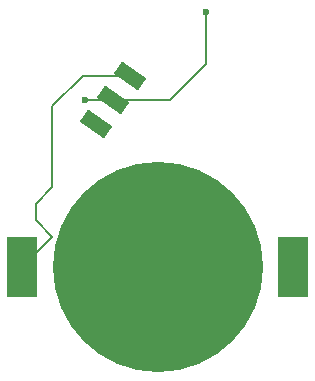
<source format=gbl>
G04 #@! TF.GenerationSoftware,KiCad,Pcbnew,(6.0.0)*
G04 #@! TF.CreationDate,2022-10-06T13:38:40+02:00*
G04 #@! TF.ProjectId,2.0,322e302e-6b69-4636-9164-5f7063625858,rev?*
G04 #@! TF.SameCoordinates,Original*
G04 #@! TF.FileFunction,Copper,L2,Bot*
G04 #@! TF.FilePolarity,Positive*
%FSLAX46Y46*%
G04 Gerber Fmt 4.6, Leading zero omitted, Abs format (unit mm)*
G04 Created by KiCad (PCBNEW (6.0.0)) date 2022-10-06 13:38:40*
%MOMM*%
%LPD*%
G01*
G04 APERTURE LIST*
G04 Aperture macros list*
%AMRotRect*
0 Rectangle, with rotation*
0 The origin of the aperture is its center*
0 $1 length*
0 $2 width*
0 $3 Rotation angle, in degrees counterclockwise*
0 Add horizontal line*
21,1,$1,$2,0,0,$3*%
G04 Aperture macros list end*
G04 #@! TA.AperFunction,SMDPad,CuDef*
%ADD10RotRect,1.250000X2.500000X55.000000*%
G04 #@! TD*
G04 #@! TA.AperFunction,SMDPad,CuDef*
%ADD11R,2.500000X5.100000*%
G04 #@! TD*
G04 #@! TA.AperFunction,SMDPad,CuDef*
%ADD12C,17.800000*%
G04 #@! TD*
G04 #@! TA.AperFunction,ViaPad*
%ADD13C,0.600000*%
G04 #@! TD*
G04 #@! TA.AperFunction,Conductor*
%ADD14C,0.152400*%
G04 #@! TD*
G04 APERTURE END LIST*
D10*
X175227827Y-102258495D03*
X176661768Y-100210615D03*
X178095709Y-98162735D03*
D11*
X168976360Y-114345720D03*
D12*
X180426360Y-114345720D03*
D11*
X191876360Y-114345720D03*
D13*
X182345609Y-111922729D03*
X184496580Y-92783420D03*
X174310000Y-100200000D03*
D14*
X180426360Y-114345720D02*
X180426360Y-113841978D01*
X181499385Y-100210615D02*
X176661768Y-100210615D01*
X174320615Y-100210615D02*
X176661768Y-100210615D01*
X180426360Y-113841978D02*
X182345609Y-111922729D01*
X184496580Y-97213420D02*
X181499385Y-100210615D01*
X184496580Y-92783420D02*
X184496580Y-97213420D01*
X174310000Y-100200000D02*
X174320615Y-100210615D01*
X170110000Y-110392080D02*
X171520000Y-111802080D01*
X170110000Y-109000000D02*
X170110000Y-110392080D01*
X178095709Y-98162735D02*
X174107265Y-98162735D01*
X171520000Y-100750000D02*
X171520000Y-107590000D01*
X171520000Y-107590000D02*
X170110000Y-109000000D01*
X174107265Y-98162735D02*
X171520000Y-100750000D01*
X171520000Y-111802080D02*
X168976360Y-114345720D01*
M02*

</source>
